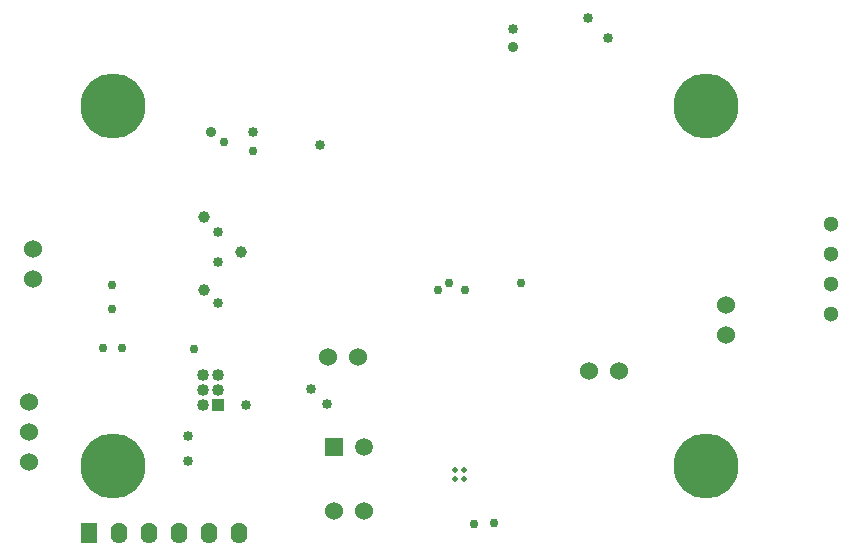
<source format=gbs>
G04 Layer_Color=16711935*
%FSLAX25Y25*%
%MOIN*%
G70*
G01*
G75*
%ADD26C,0.06000*%
%ADD27C,0.05118*%
%ADD28C,0.05905*%
%ADD29R,0.05905X0.05905*%
%ADD30C,0.03937*%
%ADD31O,0.05500X0.07000*%
%ADD32R,0.05500X0.07000*%
%ADD33C,0.04000*%
%ADD34R,0.03862X0.03862*%
%ADD35C,0.21654*%
%ADD36C,0.02000*%
%ADD37C,0.03347*%
%ADD38C,0.03000*%
%ADD39C,0.03543*%
D26*
X130315Y76772D02*
D03*
X140315D02*
D03*
X227323Y72047D02*
D03*
X217323D02*
D03*
X30709Y61811D02*
D03*
Y51811D02*
D03*
Y41811D02*
D03*
X31890Y102992D02*
D03*
Y112992D02*
D03*
X262835Y84252D02*
D03*
Y94252D02*
D03*
X132283Y25591D02*
D03*
X142283D02*
D03*
D27*
X297992Y101181D02*
D03*
Y111181D02*
D03*
Y121181D02*
D03*
Y91181D02*
D03*
D28*
X142283Y46850D02*
D03*
D29*
X132283D02*
D03*
D30*
X88976Y99213D02*
D03*
Y123622D02*
D03*
X101181Y111811D02*
D03*
D31*
X100394Y18110D02*
D03*
X80394D02*
D03*
X60394D02*
D03*
X90394D02*
D03*
X70394D02*
D03*
D32*
X50394D02*
D03*
D33*
X93701Y70748D02*
D03*
Y65748D02*
D03*
X88701Y70748D02*
D03*
Y65748D02*
D03*
Y60748D02*
D03*
D34*
X93701D02*
D03*
D35*
X58661Y40354D02*
D03*
Y160433D02*
D03*
X256299Y40354D02*
D03*
Y160433D02*
D03*
D36*
X175541Y39320D02*
D03*
Y36220D02*
D03*
X172441Y39320D02*
D03*
Y36220D02*
D03*
D37*
X93701Y118504D02*
D03*
Y108661D02*
D03*
Y94882D02*
D03*
X129921Y61024D02*
D03*
X124409Y66142D02*
D03*
X191732Y186221D02*
D03*
X105118Y151969D02*
D03*
X127559Y147638D02*
D03*
X102795Y60748D02*
D03*
X223661Y183189D02*
D03*
X217047Y189803D02*
D03*
X83386Y42126D02*
D03*
X83465Y50512D02*
D03*
D38*
X55118Y79921D02*
D03*
X61417Y79921D02*
D03*
X175984Y99213D02*
D03*
X194488Y101575D02*
D03*
X170472D02*
D03*
X166929Y99213D02*
D03*
X85433Y79528D02*
D03*
X105118Y145669D02*
D03*
X58268Y92913D02*
D03*
Y100787D02*
D03*
X178911Y21334D02*
D03*
X95669Y148425D02*
D03*
X185433Y21654D02*
D03*
D39*
X91339Y151969D02*
D03*
X191732Y180315D02*
D03*
M02*

</source>
